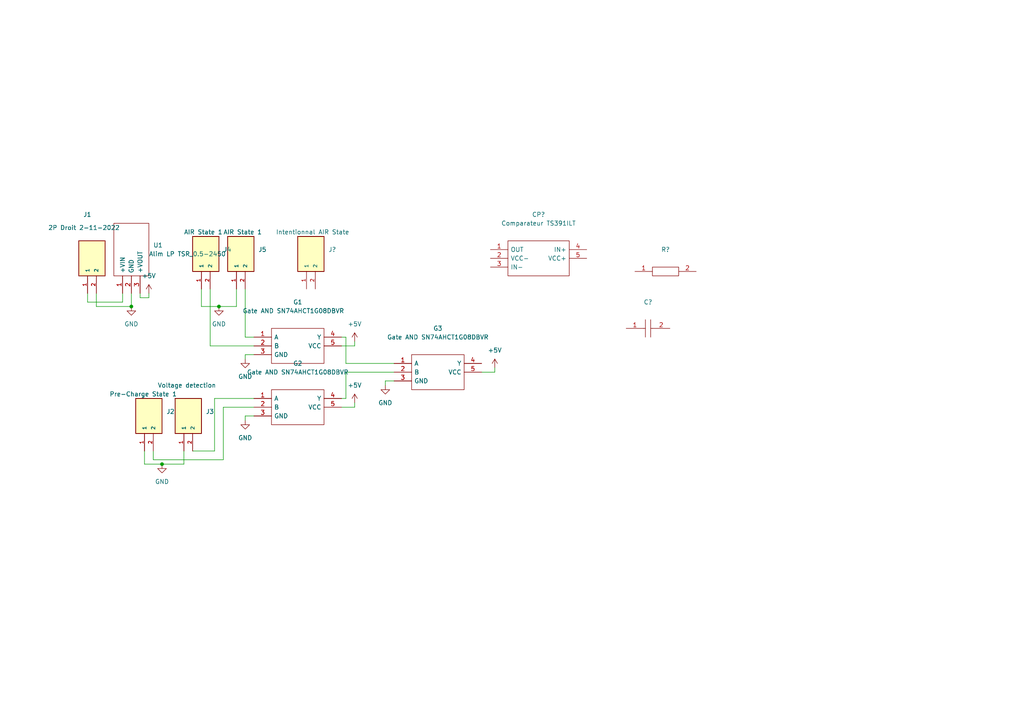
<source format=kicad_sch>
(kicad_sch (version 20211123) (generator eeschema)
  (paper "A4")
  (lib_symbols
    (symbol "EPSA_lib:2P Droit 2-11-2022" (pin_names (offset 1.016))
      (property "Reference" "J" (at -2.54 3.81 0))
      (property "Value" "2P Droit 2-11-2022" (at -12.7 6.35 0))
      (symbol "2P Droit 2-11-2022_0_0"
        (rectangle (start -5.08 -5.08) (end 5.08 2.54) (stroke (width 0.254)) (fill (type background)))
        (pin passive line (at -10.16 0 0) (length 5.08) (name "1") (number "1"))
        (pin passive line (at -10.16 -2.54 0) (length 5.08) (name "2") (number "2"))
      )
    )
    (symbol "EPSA_lib:Alim LP TSR_0.5-2450" (pin_names (offset 0.762))
      (property "Reference" "U" (at 21.59 7.62 0))
      (property "Value" "Alim LP TSR_0.5-2450" (at 21.59 5.08 0))
      (symbol "Alim LP TSR_0.5-2450_0_0"
        (pin passive line (at 0 0 0) (length 5.08) (name "+VIN") (number "1"))
        (pin passive line (at 0 -2.54 0) (length 5.08) (name "GND") (number "2"))
        (pin passive line (at 0 -5.08 0) (length 5.08) (name "+VOUT") (number "3"))
      )
      (symbol "Alim LP TSR_0.5-2450_0_1"
        (polyline (pts (xy 5.08 2.54) (xy 20.32 2.54) (xy 20.32 -7.62) (xy 5.08 -7.62) (xy 5.08 2.54)) (stroke (width 0.1524)))
      )
    )
    (symbol "EPSA_lib:Comparateur TS391ILT" (pin_names (offset 0.762))
      (property "Reference" "CP" (at 35.56 7.62 0))
      (property "Value" "Comparateur TS391ILT" (at 35.56 5.08 0))
      (property "Spice_Lib_File" "${EPSA}\\SpiceModel\\C_ts391.lib" (at 35.56 12.7 0))
      (symbol "Comparateur TS391ILT_0_0"
        (pin passive line (at 0 0 0) (length 5.08) (name "OUT") (number "1"))
        (pin passive line (at 0 -2.54 0) (length 5.08) (name "VCC-") (number "2"))
        (pin passive line (at 0 -5.08 0) (length 5.08) (name "IN-") (number "3"))
        (pin passive line (at 27.94 0 180) (length 5.08) (name "IN+") (number "4"))
        (pin passive line (at 27.94 -2.54 180) (length 5.08) (name "VCC+") (number "5"))
      )
      (symbol "Comparateur TS391ILT_0_1"
        (polyline (pts (xy 5.08 2.54) (xy 22.86 2.54) (xy 22.86 -7.62) (xy 5.08 -7.62) (xy 5.08 2.54)) (stroke (width 0.1524)))
      )
    )
    (symbol "EPSA_lib:Condensateur 0805Y1000104JXT" (pin_names (offset 0.762))
      (property "Reference" "C" (at 19.05 6.35 0))
      (property "Spice_Model" "10" (at 19.05 8.89 0))
      (symbol "Condensateur 0805Y1000104JXT_0_0"
        (pin passive line (at 0 0 0) (length 5.08) (name "~") (number "1"))
        (pin passive line (at 12.7 0 180) (length 5.08) (name "~") (number "2"))
      )
      (symbol "Condensateur 0805Y1000104JXT_0_1"
        (polyline (pts (xy 5.08 0) (xy 5.588 0)) (stroke (width 0.1524)))
        (polyline (pts (xy 5.588 2.54) (xy 5.588 -2.54)) (stroke (width 0.1524)))
        (polyline (pts (xy 7.112 0) (xy 7.62 0)) (stroke (width 0.1524)))
        (polyline (pts (xy 7.112 2.54) (xy 7.112 -2.54)) (stroke (width 0.1524)))
      )
    )
    (symbol "EPSA_lib:Gate AND SN74AHCT1G08DBVR" (pin_names (offset 0.762))
      (property "Reference" "G" (at 33.02 8.89 0))
      (property "Value" "Gate AND SN74AHCT1G08DBVR" (at 33.02 11.43 0))
      (property "Spice_Lib_File" "${EPSA}\\SpiceModel\\AND_SN74AHC1G08.lib" (at 33.02 13.97 0))
      (symbol "Gate AND SN74AHCT1G08DBVR_0_0"
        (pin passive line (at 0 0 0) (length 5.08) (name "A") (number "1"))
        (pin passive line (at 0 -2.54 0) (length 5.08) (name "B") (number "2"))
        (pin passive line (at 0 -5.08 0) (length 5.08) (name "GND") (number "3"))
        (pin passive line (at 25.4 0 180) (length 5.08) (name "Y") (number "4"))
        (pin passive line (at 25.4 -2.54 180) (length 5.08) (name "VCC") (number "5"))
      )
      (symbol "Gate AND SN74AHCT1G08DBVR_0_1"
        (polyline (pts (xy 5.08 2.54) (xy 20.32 2.54) (xy 20.32 -7.62) (xy 5.08 -7.62) (xy 5.08 2.54)) (stroke (width 0.1524)))
      )
    )
    (symbol "EPSA_lib:Résistance RK73H2BLTDD2152F" (pin_names (offset 0.762))
      (property "Reference" "R" (at 25.4 6.35 0))
      (property "Spice_Model" "10" (at 25.4 8.89 0))
      (symbol "Résistance RK73H2BLTDD2152F_0_0"
        (pin passive line (at 0 0 0) (length 5.08) (name "~") (number "1"))
        (pin passive line (at 17.78 0 180) (length 5.08) (name "~") (number "2"))
      )
      (symbol "Résistance RK73H2BLTDD2152F_0_1"
        (polyline (pts (xy 5.08 1.27) (xy 12.7 1.27) (xy 12.7 -1.27) (xy 5.08 -1.27) (xy 5.08 1.27)) (stroke (width 0.1524)))
      )
    )
    (symbol "power:+5V" (power) (pin_names (offset 0))
      (property "Value" "+5V" (at 0 3.556 0))
      (symbol "+5V_0_1"
        (polyline (pts (xy -0.762 1.27) (xy 0 2.54)))
        (polyline (pts (xy 0 0) (xy 0 2.54)))
        (polyline (pts (xy 0 2.54) (xy 0.762 1.27)))
      )
      (symbol "+5V_1_1"
        (pin power_in line (at 0 0 90) (length 0) hide (name "+5V") (number "1"))
      )
    )
    (symbol "power:GND" (power) (pin_names (offset 0))
      (property "Value" "GND" (at 0 -3.81 0))
      (symbol "GND_0_1"
        (polyline (pts (xy 0 0) (xy 0 -1.27) (xy 1.27 -1.27) (xy 0 -2.54) (xy -1.27 -1.27) (xy 0 -1.27)))
      )
      (symbol "GND_1_1"
        (pin power_in line (at 0 0 270) (length 0) hide (name "GND") (number "1"))
      )
    )
  )
  (junction (at 38.1 88.9))
  (junction (at 63.5 88.9))
  (junction (at 46.99 134.62))
  (wire (pts (xy 64.77 118.11) (xy 73.66 118.11)))
  (wire (pts (xy 71.12 83.82) (xy 71.12 97.79)))
  (wire (pts (xy 53.34 134.62) (xy 53.34 130.81)))
  (wire (pts (xy 27.94 88.9) (xy 38.1 88.9)))
  (wire (pts (xy 100.33 105.41) (xy 100.33 97.79)))
  (wire (pts (xy 102.87 99.06) (xy 102.87 100.33)))
  (wire (pts (xy 100.33 115.57) (xy 99.06 115.57)))
  (wire (pts (xy 58.42 88.9) (xy 58.42 83.82)))
  (wire (pts (xy 25.4 85.09) (xy 25.4 87.63)))
  (wire (pts (xy 46.99 134.62) (xy 53.34 134.62)))
  (wire (pts (xy 55.88 130.81) (xy 62.23 130.81)))
  (wire (pts (xy 102.87 116.84) (xy 102.87 118.11)))
  (wire (pts (xy 35.56 87.63) (xy 35.56 85.09)))
  (wire (pts (xy 64.77 133.35) (xy 64.77 118.11)))
  (wire (pts (xy 99.06 100.33) (xy 102.87 100.33)))
  (wire (pts (xy 41.91 134.62) (xy 46.99 134.62)))
  (wire (pts (xy 114.3 105.41) (xy 100.33 105.41)))
  (wire (pts (xy 143.51 106.68) (xy 143.51 107.95)))
  (wire (pts (xy 71.12 102.87) (xy 71.12 104.14)))
  (wire (pts (xy 60.96 100.33) (xy 73.66 100.33)))
  (wire (pts (xy 71.12 97.79) (xy 73.66 97.79)))
  (wire (pts (xy 100.33 97.79) (xy 99.06 97.79)))
  (wire (pts (xy 139.7 107.95) (xy 143.51 107.95)))
  (wire (pts (xy 27.94 85.09) (xy 27.94 88.9)))
  (wire (pts (xy 73.66 102.87) (xy 71.12 102.87)))
  (wire (pts (xy 25.4 87.63) (xy 35.56 87.63)))
  (wire (pts (xy 38.1 88.9) (xy 38.1 85.09)))
  (wire (pts (xy 68.58 83.82) (xy 68.58 88.9)))
  (wire (pts (xy 40.64 86.36) (xy 43.18 86.36)))
  (wire (pts (xy 71.12 120.65) (xy 71.12 121.92)))
  (wire (pts (xy 62.23 115.57) (xy 73.66 115.57)))
  (wire (pts (xy 73.66 120.65) (xy 71.12 120.65)))
  (wire (pts (xy 99.06 118.11) (xy 102.87 118.11)))
  (wire (pts (xy 63.5 88.9) (xy 58.42 88.9)))
  (wire (pts (xy 44.45 133.35) (xy 64.77 133.35)))
  (wire (pts (xy 60.96 83.82) (xy 60.96 100.33)))
  (wire (pts (xy 43.18 85.09) (xy 43.18 86.36)))
  (wire (pts (xy 100.33 107.95) (xy 100.33 115.57)))
  (wire (pts (xy 41.91 130.81) (xy 41.91 134.62)))
  (wire (pts (xy 68.58 88.9) (xy 63.5 88.9)))
  (wire (pts (xy 114.3 110.49) (xy 111.76 110.49)))
  (wire (pts (xy 40.64 85.09) (xy 40.64 86.36)))
  (wire (pts (xy 111.76 110.49) (xy 111.76 111.76)))
  (wire (pts (xy 44.45 130.81) (xy 44.45 133.35)))
  (wire (pts (xy 114.3 107.95) (xy 100.33 107.95)))
  (wire (pts (xy 62.23 130.81) (xy 62.23 115.57)))
  (symbol (lib_id "EPSA_lib:2P Droit 2-11-2022") (at 41.91 120.65 90) (unit 1)
    (property "Reference" "J2" (at 48.26 119.3799 90) (effects (justify right)))
    (property "Value" "Pre-Charge State 1" (at 31.75 114.3 90) (effects (justify right)))
    (property "Footprint" "EPSA_lib:MOLEX_22-11-2022" (effects hide))
    (property "MAXIMUM_PACKAGE_HEIGHT" "10.66mm" (effects hide))
    (property "PARTREV" "BD8" (effects hide))
    (property "STANDARD" "Manufacturer Recommendations" (effects hide))
    (property "MANUFACTURER" "Molex" (effects hide))
    (property "Spice_Primitive" "J" (effects hide))
    (property "Spice_Model" "22-11-2022" (effects hide))
    (property "Spice_Netlist_Enabled" "N" (effects hide))
  )
  (symbol (lib_id "EPSA_lib:Alim LP TSR_0.5-2450") (at 35.56 85.09 90) (unit 1)
    (property "Reference" "U1" (at 44.45 71.1199 90) (effects (justify right)))
    (property "Value" "Alim LP TSR_0.5-2450" (at 43.18 73.6599 90) (effects (justify right)))
    (property "Footprint" "EPSA_lib:TSR-0.5-2433" (effects hide))
    (property "Datasheet" "https://tracopower.com/tsr0-5-datasheet/" (effects hide))
    (property "Description" "0.5 Amp POL switching regulator, 4.75 to -32 VDC input, pos.-pos. circuit, LM78 compatible, SIP-3" (effects hide))
    (property "Manufacturer_Name" "Traco Power" (effects hide))
    (property "Manufacturer_Part_Number" "TSR 0.5-2450" (effects hide))
    (property "Mouser Part Number" "495-TSR0.5-2450" (effects hide))
    (property "Mouser Price/Stock" "https://www.mouser.co.uk/ProductDetail/TRACO-Power/TSR-0.5-2450?qs=ckJk83FOD0XpEgQBSwF%2FIw%3D%3D" (effects hide))
    (property "Arrow Part Number" "TSR 0.5-2450" (effects hide))
    (property "Arrow Price/Stock" "https://www.arrow.com/en/products/tsr0.5-2450/traco-electronic-ag?region=europe" (effects hide))
    (property "Spice_Primitive" "R" (effects hide))
    (property "Spice_Netlist_Enabled" "N" (effects hide))
    (property "Spice_Model" "Alim LP TSR_0.5-2450" (effects hide))
  )
  (symbol (lib_id "EPSA_lib:Condensateur 0805Y1000104JXT") (at 181.61 95.25 0) (unit 1)
    (property "Reference" "C?" (at 187.96 87.63 0))
    (property "Value" "Condensateur 0805Y1000104JXT" (effects hide))
    (property "Footprint" "EPSA_lib:CAPC2012X130N" (effects hide))
    (property "Datasheet" "http://docs-europe.electrocomponents.com/webdocs/119d/0900766b8119d7bc.pdf" (effects hide))
    (property "Description" "Syfer 0805 Ceramic Chip Capacitors" (effects hide))
    (property "Height" "1.3" (effects hide))
    (property "Manufacturer_Name" "Syfer" (effects hide))
    (property "Manufacturer_Part_Number" "0805Y1000104JXT" (effects hide))
    (property "Arrow Part Number" "0805Y1000104JXT" (effects hide))
    (property "Arrow Price/Stock" "https://www.arrow.com/en/products/0805y1000104jxt/syfer-technology?region=europe" (effects hide))
    (property "Spice_Primitive" "C" (effects hide))
    (property "Spice_Model" "10" (at 187.96 90.17 0))
    (property "Spice_Netlist_Enabled" "Y" (effects hide))
  )
  (symbol (lib_id "EPSA_lib:Gate AND SN74AHCT1G08DBVR") (at 73.66 115.57 0) (unit 1)
    (property "Reference" "G2" (at 86.36 105.41 0))
    (property "Value" "Gate AND SN74AHCT1G08DBVR" (at 86.36 107.95 0))
    (property "Footprint" "EPSA_lib:SOT95P280X145-5N" (effects hide))
    (property "Datasheet" "https://datasheet.datasheetarchive.com/originals/distributors/SFDatasheet-6/sf-000128638.pdf" (effects hide))
    (property "Description" "SN74AHCT1G08DBVR, Logic Gate 2 Input AND, AHCT, 8mA 5V 5-Pin SOT-23" (effects hide))
    (property "Height" "1.45" (effects hide))
    (property "Manufacturer_Name" "Texas Instruments" (effects hide))
    (property "Manufacturer_Part_Number" "SN74AHCT1G08DBVR" (effects hide))
    (property "Mouser Part Number" "595-SN74AHCT1G08DBVR" (effects hide))
    (property "Mouser Price/Stock" "https://www.mouser.co.uk/ProductDetail/Texas-Instruments/SN74AHCT1G08DBVR?qs=8Pd2FuFSoMGY9AK%2Ftqwbcw%3D%3D" (effects hide))
    (property "Arrow Part Number" "SN74AHCT1G08DBVR" (effects hide))
    (property "Arrow Price/Stock" "https://www.arrow.com/en/products/sn74ahct1g08dbvr/texas-instruments?region=nac" (effects hide))
    (property "Spice_Primitive" "X" (effects hide))
    (property "Spice_Model" "SN74AHC1G08" (effects hide))
    (property "Spice_Netlist_Enabled" "Y" (effects hide))
    (property "Spice_Node_Sequence" "4,1,2,5,3" (effects hide))
    (property "Spice_Lib_File" "${EPSA}\\SpiceModel\\AND_SN74AHC1G08.lib" (at 86.36 110.49 0))
  )
  (symbol (lib_id "EPSA_lib:2P Droit 2-11-2022") (at 88.9 73.66 90) (unit 1)
    (property "Reference" "J?" (at 95.25 72.3899 90) (effects (justify right)))
    (property "Value" "Intentionnal AIR State" (at 80.01 67.31 90) (effects (justify right)))
    (property "Footprint" "EPSA_lib:MOLEX_22-11-2022" (effects hide))
    (property "MAXIMUM_PACKAGE_HEIGHT" "10.66mm" (effects hide))
    (property "PARTREV" "BD8" (effects hide))
    (property "STANDARD" "Manufacturer Recommendations" (effects hide))
    (property "MANUFACTURER" "Molex" (effects hide))
    (property "Spice_Primitive" "J" (effects hide))
    (property "Spice_Model" "22-11-2022" (effects hide))
    (property "Spice_Netlist_Enabled" "N" (effects hide))
  )
  (symbol (lib_id "power:GND") (at 71.12 121.92 0) (unit 1)
    (property "Reference" "#PWR06" (effects hide))
    (property "Value" "GND" (at 71.12 127 0))
  )
  (symbol (lib_id "EPSA_lib:2P Droit 2-11-2022") (at 68.58 73.66 90) (unit 1)
    (property "Reference" "J5" (at 74.93 72.3899 90) (effects (justify right)))
    (property "Value" "AIR State 1" (at 64.77 67.31 90) (effects (justify right)))
    (property "Footprint" "EPSA_lib:MOLEX_22-11-2022" (effects hide))
    (property "MAXIMUM_PACKAGE_HEIGHT" "10.66mm" (effects hide))
    (property "PARTREV" "BD8" (effects hide))
    (property "STANDARD" "Manufacturer Recommendations" (effects hide))
    (property "MANUFACTURER" "Molex" (effects hide))
    (property "Spice_Primitive" "J" (effects hide))
    (property "Spice_Model" "22-11-2022" (effects hide))
    (property "Spice_Netlist_Enabled" "N" (effects hide))
  )
  (symbol (lib_id "power:+5V") (at 102.87 99.06 0) (unit 1)
    (property "Reference" "#PWR07" (effects hide))
    (property "Value" "+5V" (at 102.87 93.98 0))
  )
  (symbol (lib_id "power:+5V") (at 43.18 85.09 0) (unit 1)
    (property "Reference" "#PWR02" (effects hide))
    (property "Value" "+5V" (at 43.18 80.01 0))
  )
  (symbol (lib_id "EPSA_lib:Gate AND SN74AHCT1G08DBVR") (at 114.3 105.41 0) (unit 1)
    (property "Reference" "G3" (at 127 95.25 0))
    (property "Value" "Gate AND SN74AHCT1G08DBVR" (at 127 97.79 0))
    (property "Footprint" "EPSA_lib:SOT95P280X145-5N" (effects hide))
    (property "Datasheet" "https://datasheet.datasheetarchive.com/originals/distributors/SFDatasheet-6/sf-000128638.pdf" (effects hide))
    (property "Description" "SN74AHCT1G08DBVR, Logic Gate 2 Input AND, AHCT, 8mA 5V 5-Pin SOT-23" (effects hide))
    (property "Height" "1.45" (effects hide))
    (property "Manufacturer_Name" "Texas Instruments" (effects hide))
    (property "Manufacturer_Part_Number" "SN74AHCT1G08DBVR" (effects hide))
    (property "Mouser Part Number" "595-SN74AHCT1G08DBVR" (effects hide))
    (property "Mouser Price/Stock" "https://www.mouser.co.uk/ProductDetail/Texas-Instruments/SN74AHCT1G08DBVR?qs=8Pd2FuFSoMGY9AK%2Ftqwbcw%3D%3D" (effects hide))
    (property "Arrow Part Number" "SN74AHCT1G08DBVR" (effects hide))
    (property "Arrow Price/Stock" "https://www.arrow.com/en/products/sn74ahct1g08dbvr/texas-instruments?region=nac" (effects hide))
    (property "Spice_Primitive" "X" (effects hide))
    (property "Spice_Model" "SN74AHC1G08" (effects hide))
    (property "Spice_Netlist_Enabled" "Y" (effects hide))
    (property "Spice_Node_Sequence" "4,1,2,5,3" (effects hide))
    (property "Spice_Lib_File" "${EPSA}\\SpiceModel\\AND_SN74AHC1G08.lib" (at 127 100.33 0))
  )
  (symbol (lib_id "power:GND") (at 46.99 134.62 0) (unit 1)
    (property "Reference" "#PWR03" (effects hide))
    (property "Value" "GND" (at 46.99 139.7 0))
  )
  (symbol (lib_id "power:GND") (at 111.76 111.76 0) (unit 1)
    (property "Reference" "#PWR09" (effects hide))
    (property "Value" "GND" (at 111.76 116.84 0))
  )
  (symbol (lib_id "power:+5V") (at 102.87 116.84 0) (unit 1)
    (property "Reference" "#PWR08" (effects hide))
    (property "Value" "+5V" (at 102.87 111.76 0))
  )
  (symbol (lib_id "power:+5V") (at 143.51 106.68 0) (unit 1)
    (property "Reference" "#PWR010" (effects hide))
    (property "Value" "+5V" (at 143.51 101.6 0))
  )
  (symbol (lib_id "EPSA_lib:2P Droit 2-11-2022") (at 25.4 74.93 90) (unit 1)
    (property "Reference" "J1" (at 24.13 62.23 90) (effects (justify right)))
    (property "Value" "2P Droit 2-11-2022" (at 13.97 66.04 90) (effects (justify right)))
    (property "Footprint" "EPSA_lib:MOLEX_22-11-2022" (effects hide))
    (property "MAXIMUM_PACKAGE_HEIGHT" "10.66mm" (effects hide))
    (property "PARTREV" "BD8" (effects hide))
    (property "STANDARD" "Manufacturer Recommendations" (effects hide))
    (property "MANUFACTURER" "Molex" (effects hide))
    (property "Spice_Primitive" "J" (effects hide))
    (property "Spice_Model" "22-11-2022" (effects hide))
    (property "Spice_Netlist_Enabled" "N" (effects hide))
  )
  (symbol (lib_id "EPSA_lib:Comparateur TS391ILT") (at 142.24 72.39 0) (unit 1)
    (property "Reference" "CP?" (at 156.21 62.23 0))
    (property "Value" "Comparateur TS391ILT" (at 156.21 64.77 0))
    (property "Footprint" "EPSA_lib:SOT95P280X145-5N" (effects hide))
    (property "Datasheet" "http://www.st.com/st-web-ui/static/active/en/resource/technical/document/datasheet/CD00001660.pdf" (effects hide))
    (property "Description" "TS391ILT, Comparator Open Collector 0.3us 12 V, 15 V, 18 V, 24 V, 28 V, 3 V, 5 V, 9 V 5-Pin SOT-23" (effects hide))
    (property "Height" "1.45" (effects hide))
    (property "Manufacturer_Name" "STMicroelectronics" (effects hide))
    (property "Manufacturer_Part_Number" "TS391ILT" (effects hide))
    (property "Mouser Part Number" "511-TS391IL" (effects hide))
    (property "Mouser Price/Stock" "https://www.mouser.co.uk/ProductDetail/STMicroelectronics/TS391ILT?qs=P8h1tZw8GcB9GWR61XM17g%3D%3D" (effects hide))
    (property "Arrow Part Number" "TS391ILT" (effects hide))
    (property "Arrow Price/Stock" "https://www.arrow.com/en/products/ts391ilt/stmicroelectronics?region=europe" (effects hide))
    (property "Spice_Primitive" "X" (effects hide))
    (property "Spice_Model" "TS391" (effects hide))
    (property "Spice_Netlist_Enabled" "Y" (effects hide))
    (property "Spice_Node_Sequence" "4,3,5,2,1" (effects hide))
    (property "Spice_Lib_File" "${EPSA}\\SpiceModel\\C_ts391.lib" (at 156.21 67.31 0))
  )
  (symbol (lib_id "EPSA_lib:Gate AND SN74AHCT1G08DBVR") (at 73.66 97.79 0) (unit 1)
    (property "Reference" "G1" (at 86.36 87.63 0))
    (property "Value" "Gate AND SN74AHCT1G08DBVR" (at 85.09 90.17 0))
    (property "Footprint" "EPSA_lib:SOT95P280X145-5N" (effects hide))
    (property "Datasheet" "https://datasheet.datasheetarchive.com/originals/distributors/SFDatasheet-6/sf-000128638.pdf" (effects hide))
    (property "Description" "SN74AHCT1G08DBVR, Logic Gate 2 Input AND, AHCT, 8mA 5V 5-Pin SOT-23" (effects hide))
    (property "Height" "1.45" (effects hide))
    (property "Manufacturer_Name" "Texas Instruments" (effects hide))
    (property "Manufacturer_Part_Number" "SN74AHCT1G08DBVR" (effects hide))
    (property "Mouser Part Number" "595-SN74AHCT1G08DBVR" (effects hide))
    (property "Mouser Price/Stock" "https://www.mouser.co.uk/ProductDetail/Texas-Instruments/SN74AHCT1G08DBVR?qs=8Pd2FuFSoMGY9AK%2Ftqwbcw%3D%3D" (effects hide))
    (property "Arrow Part Number" "SN74AHCT1G08DBVR" (effects hide))
    (property "Arrow Price/Stock" "https://www.arrow.com/en/products/sn74ahct1g08dbvr/texas-instruments?region=nac" (effects hide))
    (property "Spice_Primitive" "X" (effects hide))
    (property "Spice_Model" "SN74AHC1G08" (effects hide))
    (property "Spice_Netlist_Enabled" "Y" (effects hide))
    (property "Spice_Node_Sequence" "4,1,2,5,3" (effects hide))
    (property "Spice_Lib_File" "${EPSA}\\SpiceModel\\AND_SN74AHC1G08.lib" (at 86.36 92.71 0))
  )
  (symbol (lib_id "EPSA_lib:2P Droit 2-11-2022") (at 58.42 73.66 90) (unit 1)
    (property "Reference" "J4" (at 64.77 72.3899 90) (effects (justify right)))
    (property "Value" "AIR State 1" (at 53.34 67.31 90) (effects (justify right)))
    (property "Footprint" "EPSA_lib:MOLEX_22-11-2022" (effects hide))
    (property "MAXIMUM_PACKAGE_HEIGHT" "10.66mm" (effects hide))
    (property "PARTREV" "BD8" (effects hide))
    (property "STANDARD" "Manufacturer Recommendations" (effects hide))
    (property "MANUFACTURER" "Molex" (effects hide))
    (property "Spice_Primitive" "J" (effects hide))
    (property "Spice_Model" "22-11-2022" (effects hide))
    (property "Spice_Netlist_Enabled" "N" (effects hide))
  )
  (symbol (lib_id "EPSA_lib:Résistance RK73H2BLTDD2152F") (at 184.15 78.74 0) (unit 1)
    (property "Reference" "R?" (at 193.04 72.39 0))
    (property "Value" "Résistance RK73H2BLTDD2152F" (effects hide))
    (property "Footprint" "EPSA_lib:RESC3216X70N" (effects hide))
    (property "Datasheet" "http://www.koaspeer.com/catimages/Products/RK73H/RK73H.pdf" (effects hide))
    (property "Description" "Thick Film Resistors - SMD" (effects hide))
    (property "Height" "0.7" (effects hide))
    (property "Manufacturer_Name" "KOA Speer" (effects hide))
    (property "Manufacturer_Part_Number" "RK73H2BLTDD2152F" (effects hide))
    (property "Mouser Part Number" "N/A" (effects hide))
    (property "Mouser Price/Stock" "https://www.mouser.co.uk/ProductDetail/KOA-Speer/RK73H2BLTDD2152F?qs=WeIALVmW3zmyxMFsjVzMRw%3D%3D" (effects hide))
    (property "Spice_Primitive" "R" (effects hide))
    (property "Spice_Model" "10" (at 193.04 74.93 0))
    (property "Spice_Netlist_Enabled" "Y" (effects hide))
  )
  (symbol (lib_id "EPSA_lib:2P Droit 2-11-2022") (at 53.34 120.65 90) (unit 1)
    (property "Reference" "J3" (at 59.69 119.3799 90) (effects (justify right)))
    (property "Value" "Voltage detection" (at 45.72 111.76 90) (effects (justify right)))
    (property "Footprint" "EPSA_lib:MOLEX_22-11-2022" (effects hide))
    (property "MAXIMUM_PACKAGE_HEIGHT" "10.66mm" (effects hide))
    (property "PARTREV" "BD8" (effects hide))
    (property "STANDARD" "Manufacturer Recommendations" (effects hide))
    (property "MANUFACTURER" "Molex" (effects hide))
    (property "Spice_Primitive" "J" (effects hide))
    (property "Spice_Model" "22-11-2022" (effects hide))
    (property "Spice_Netlist_Enabled" "N" (effects hide))
  )
  (symbol (lib_id "power:GND") (at 71.12 104.14 0) (unit 1)
    (property "Reference" "#PWR05" (effects hide))
    (property "Value" "GND" (at 71.12 109.22 0))
  )
  (symbol (lib_id "power:GND") (at 38.1 88.9 0) (unit 1)
    (property "Reference" "#PWR01" (effects hide))
    (property "Value" "GND" (at 38.1 93.98 0))
  )
  (symbol (lib_id "power:GND") (at 63.5 88.9 0) (unit 1)
    (property "Reference" "#PWR04" (effects hide))
    (property "Value" "GND" (at 63.5 93.98 0))
  )
)
</source>
